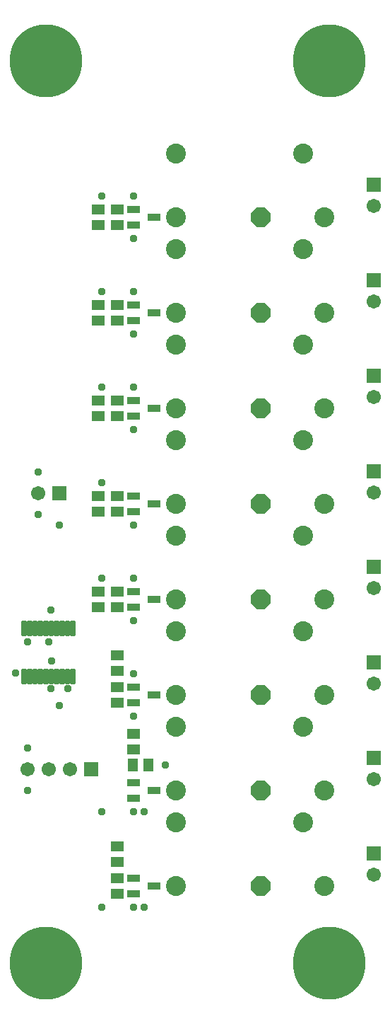
<source format=gts>
G04 EAGLE Gerber RS-274X export*
G75*
%MOMM*%
%FSLAX34Y34*%
%LPD*%
%INSoldermask Top*%
%IPPOS*%
%AMOC8*
5,1,8,0,0,1.08239X$1,22.5*%
G01*
G04 Define Apertures*
%ADD10R,1.703200X1.703200*%
%ADD11C,1.703200*%
%ADD12R,1.553200X0.823200*%
%ADD13R,1.623400X1.234400*%
%ADD14C,2.387600*%
%ADD15P,2.58431X8X22.5*%
%ADD16R,1.234400X1.623400*%
%ADD17C,0.306600*%
%ADD18C,3.403200*%
%ADD19C,8.703200*%
%ADD20C,0.959600*%
D10*
X114300Y292100D03*
D11*
X88900Y292100D03*
X63500Y292100D03*
X38100Y292100D03*
D10*
X453390Y191770D03*
D11*
X453390Y166370D03*
D10*
X76200Y622300D03*
D11*
X50800Y622300D03*
D10*
X453390Y991870D03*
D11*
X453390Y966470D03*
D10*
X453390Y877570D03*
D11*
X453390Y852170D03*
D10*
X453390Y763270D03*
D11*
X453390Y737870D03*
D10*
X453390Y648970D03*
D11*
X453390Y623570D03*
D10*
X453390Y534670D03*
D11*
X453390Y509270D03*
D10*
X453390Y420370D03*
D11*
X453390Y394970D03*
D10*
X453390Y306070D03*
D11*
X453390Y280670D03*
D12*
X165266Y962000D03*
X165266Y943000D03*
X190334Y952500D03*
X165266Y847700D03*
X165266Y828700D03*
X190334Y838200D03*
X165266Y733400D03*
X165266Y714400D03*
X190334Y723900D03*
X165266Y619100D03*
X165266Y600100D03*
X190334Y609600D03*
X165266Y504800D03*
X165266Y485800D03*
X190334Y495300D03*
X165266Y390500D03*
X165266Y371500D03*
X190334Y381000D03*
X165266Y161900D03*
X165266Y142900D03*
X190334Y152400D03*
X165266Y276200D03*
X165266Y257200D03*
X190334Y266700D03*
D13*
X123190Y943305D03*
X123190Y961695D03*
X123190Y829005D03*
X123190Y847395D03*
X123190Y714705D03*
X123190Y733095D03*
X123190Y600405D03*
X123190Y618795D03*
X123190Y486105D03*
X123190Y504495D03*
X146050Y428295D03*
X146050Y409905D03*
X165100Y334315D03*
X165100Y315925D03*
X146050Y199695D03*
X146050Y181305D03*
X146050Y943305D03*
X146050Y961695D03*
X146050Y829005D03*
X146050Y847395D03*
D14*
X215900Y952500D03*
X215900Y1028700D03*
D15*
X317500Y952500D03*
D14*
X393700Y952500D03*
X368300Y1028700D03*
D13*
X146050Y714705D03*
X146050Y733095D03*
X146050Y600405D03*
X146050Y618795D03*
X146050Y486105D03*
X146050Y504495D03*
X146050Y371805D03*
X146050Y390195D03*
D16*
X183185Y297180D03*
X164795Y297180D03*
D13*
X146050Y143205D03*
X146050Y161595D03*
D14*
X215900Y838200D03*
X215900Y914400D03*
D15*
X317500Y838200D03*
D14*
X393700Y838200D03*
X368300Y914400D03*
X215900Y723900D03*
X215900Y800100D03*
D15*
X317500Y723900D03*
D14*
X393700Y723900D03*
X368300Y800100D03*
X215900Y609600D03*
X215900Y685800D03*
D15*
X317500Y609600D03*
D14*
X393700Y609600D03*
X368300Y685800D03*
X215900Y495300D03*
X215900Y571500D03*
D15*
X317500Y495300D03*
D14*
X393700Y495300D03*
X368300Y571500D03*
X215900Y381000D03*
X215900Y457200D03*
D15*
X317500Y381000D03*
D14*
X393700Y381000D03*
X368300Y457200D03*
X215900Y266700D03*
X215900Y342900D03*
D15*
X317500Y266700D03*
D14*
X393700Y266700D03*
X368300Y342900D03*
X215900Y152400D03*
X215900Y228600D03*
D15*
X317500Y152400D03*
D14*
X393700Y152400D03*
X368300Y228600D03*
D17*
X35783Y395767D02*
X35783Y410433D01*
X35783Y395767D02*
X32717Y395767D01*
X32717Y410433D01*
X35783Y410433D01*
X35783Y398680D02*
X32717Y398680D01*
X32717Y401593D02*
X35783Y401593D01*
X35783Y404506D02*
X32717Y404506D01*
X32717Y407419D02*
X35783Y407419D01*
X35783Y410332D02*
X32717Y410332D01*
X42283Y410433D02*
X42283Y395767D01*
X39217Y395767D01*
X39217Y410433D01*
X42283Y410433D01*
X42283Y398680D02*
X39217Y398680D01*
X39217Y401593D02*
X42283Y401593D01*
X42283Y404506D02*
X39217Y404506D01*
X39217Y407419D02*
X42283Y407419D01*
X42283Y410332D02*
X39217Y410332D01*
X48783Y410433D02*
X48783Y395767D01*
X45717Y395767D01*
X45717Y410433D01*
X48783Y410433D01*
X48783Y398680D02*
X45717Y398680D01*
X45717Y401593D02*
X48783Y401593D01*
X48783Y404506D02*
X45717Y404506D01*
X45717Y407419D02*
X48783Y407419D01*
X48783Y410332D02*
X45717Y410332D01*
X55283Y410433D02*
X55283Y395767D01*
X52217Y395767D01*
X52217Y410433D01*
X55283Y410433D01*
X55283Y398680D02*
X52217Y398680D01*
X52217Y401593D02*
X55283Y401593D01*
X55283Y404506D02*
X52217Y404506D01*
X52217Y407419D02*
X55283Y407419D01*
X55283Y410332D02*
X52217Y410332D01*
X61783Y410433D02*
X61783Y395767D01*
X58717Y395767D01*
X58717Y410433D01*
X61783Y410433D01*
X61783Y398680D02*
X58717Y398680D01*
X58717Y401593D02*
X61783Y401593D01*
X61783Y404506D02*
X58717Y404506D01*
X58717Y407419D02*
X61783Y407419D01*
X61783Y410332D02*
X58717Y410332D01*
X68283Y410433D02*
X68283Y395767D01*
X65217Y395767D01*
X65217Y410433D01*
X68283Y410433D01*
X68283Y398680D02*
X65217Y398680D01*
X65217Y401593D02*
X68283Y401593D01*
X68283Y404506D02*
X65217Y404506D01*
X65217Y407419D02*
X68283Y407419D01*
X68283Y410332D02*
X65217Y410332D01*
X74783Y410433D02*
X74783Y395767D01*
X71717Y395767D01*
X71717Y410433D01*
X74783Y410433D01*
X74783Y398680D02*
X71717Y398680D01*
X71717Y401593D02*
X74783Y401593D01*
X74783Y404506D02*
X71717Y404506D01*
X71717Y407419D02*
X74783Y407419D01*
X74783Y410332D02*
X71717Y410332D01*
X81283Y410433D02*
X81283Y395767D01*
X78217Y395767D01*
X78217Y410433D01*
X81283Y410433D01*
X81283Y398680D02*
X78217Y398680D01*
X78217Y401593D02*
X81283Y401593D01*
X81283Y404506D02*
X78217Y404506D01*
X78217Y407419D02*
X81283Y407419D01*
X81283Y410332D02*
X78217Y410332D01*
X87783Y410433D02*
X87783Y395767D01*
X84717Y395767D01*
X84717Y410433D01*
X87783Y410433D01*
X87783Y398680D02*
X84717Y398680D01*
X84717Y401593D02*
X87783Y401593D01*
X87783Y404506D02*
X84717Y404506D01*
X84717Y407419D02*
X87783Y407419D01*
X87783Y410332D02*
X84717Y410332D01*
X94283Y410433D02*
X94283Y395767D01*
X91217Y395767D01*
X91217Y410433D01*
X94283Y410433D01*
X94283Y398680D02*
X91217Y398680D01*
X91217Y401593D02*
X94283Y401593D01*
X94283Y404506D02*
X91217Y404506D01*
X91217Y407419D02*
X94283Y407419D01*
X94283Y410332D02*
X91217Y410332D01*
X94283Y453167D02*
X94283Y467833D01*
X94283Y453167D02*
X91217Y453167D01*
X91217Y467833D01*
X94283Y467833D01*
X94283Y456080D02*
X91217Y456080D01*
X91217Y458993D02*
X94283Y458993D01*
X94283Y461906D02*
X91217Y461906D01*
X91217Y464819D02*
X94283Y464819D01*
X94283Y467732D02*
X91217Y467732D01*
X87783Y467833D02*
X87783Y453167D01*
X84717Y453167D01*
X84717Y467833D01*
X87783Y467833D01*
X87783Y456080D02*
X84717Y456080D01*
X84717Y458993D02*
X87783Y458993D01*
X87783Y461906D02*
X84717Y461906D01*
X84717Y464819D02*
X87783Y464819D01*
X87783Y467732D02*
X84717Y467732D01*
X81283Y467833D02*
X81283Y453167D01*
X78217Y453167D01*
X78217Y467833D01*
X81283Y467833D01*
X81283Y456080D02*
X78217Y456080D01*
X78217Y458993D02*
X81283Y458993D01*
X81283Y461906D02*
X78217Y461906D01*
X78217Y464819D02*
X81283Y464819D01*
X81283Y467732D02*
X78217Y467732D01*
X74783Y467833D02*
X74783Y453167D01*
X71717Y453167D01*
X71717Y467833D01*
X74783Y467833D01*
X74783Y456080D02*
X71717Y456080D01*
X71717Y458993D02*
X74783Y458993D01*
X74783Y461906D02*
X71717Y461906D01*
X71717Y464819D02*
X74783Y464819D01*
X74783Y467732D02*
X71717Y467732D01*
X68283Y467833D02*
X68283Y453167D01*
X65217Y453167D01*
X65217Y467833D01*
X68283Y467833D01*
X68283Y456080D02*
X65217Y456080D01*
X65217Y458993D02*
X68283Y458993D01*
X68283Y461906D02*
X65217Y461906D01*
X65217Y464819D02*
X68283Y464819D01*
X68283Y467732D02*
X65217Y467732D01*
X61783Y467833D02*
X61783Y453167D01*
X58717Y453167D01*
X58717Y467833D01*
X61783Y467833D01*
X61783Y456080D02*
X58717Y456080D01*
X58717Y458993D02*
X61783Y458993D01*
X61783Y461906D02*
X58717Y461906D01*
X58717Y464819D02*
X61783Y464819D01*
X61783Y467732D02*
X58717Y467732D01*
X55283Y467833D02*
X55283Y453167D01*
X52217Y453167D01*
X52217Y467833D01*
X55283Y467833D01*
X55283Y456080D02*
X52217Y456080D01*
X52217Y458993D02*
X55283Y458993D01*
X55283Y461906D02*
X52217Y461906D01*
X52217Y464819D02*
X55283Y464819D01*
X55283Y467732D02*
X52217Y467732D01*
X48783Y467833D02*
X48783Y453167D01*
X45717Y453167D01*
X45717Y467833D01*
X48783Y467833D01*
X48783Y456080D02*
X45717Y456080D01*
X45717Y458993D02*
X48783Y458993D01*
X48783Y461906D02*
X45717Y461906D01*
X45717Y464819D02*
X48783Y464819D01*
X48783Y467732D02*
X45717Y467732D01*
X42283Y467833D02*
X42283Y453167D01*
X39217Y453167D01*
X39217Y467833D01*
X42283Y467833D01*
X42283Y456080D02*
X39217Y456080D01*
X39217Y458993D02*
X42283Y458993D01*
X42283Y461906D02*
X39217Y461906D01*
X39217Y464819D02*
X42283Y464819D01*
X42283Y467732D02*
X39217Y467732D01*
X35783Y467833D02*
X35783Y453167D01*
X32717Y453167D01*
X32717Y467833D01*
X35783Y467833D01*
X35783Y456080D02*
X32717Y456080D01*
X32717Y458993D02*
X35783Y458993D01*
X35783Y461906D02*
X32717Y461906D01*
X32717Y464819D02*
X35783Y464819D01*
X35783Y467732D02*
X32717Y467732D01*
D18*
X60000Y60000D03*
D19*
X60000Y60000D03*
D18*
X60000Y1140000D03*
D19*
X60000Y1140000D03*
D18*
X400000Y1140000D03*
D19*
X400000Y1140000D03*
D18*
X400000Y60000D03*
D19*
X400000Y60000D03*
D20*
X67310Y421640D03*
X76200Y368300D03*
X165100Y927100D03*
X165100Y469900D03*
X165100Y355600D03*
X165100Y127000D03*
X165100Y241300D03*
X165100Y584200D03*
X165100Y698500D03*
X165100Y812800D03*
X203200Y297180D03*
X66040Y388620D03*
X86360Y388620D03*
X66318Y482600D03*
X127000Y520700D03*
X50800Y596900D03*
X50800Y647700D03*
X76200Y584200D03*
X127000Y635000D03*
X165100Y520700D03*
X63500Y444500D03*
X38100Y444500D03*
X165100Y406400D03*
X38100Y317500D03*
X177800Y241300D03*
X127000Y241300D03*
X38100Y266700D03*
X127000Y127000D03*
X177800Y127000D03*
X127000Y749300D03*
X165100Y749300D03*
X127000Y863600D03*
X165100Y863600D03*
X127000Y977900D03*
X165100Y977900D03*
X24130Y407670D03*
M02*

</source>
